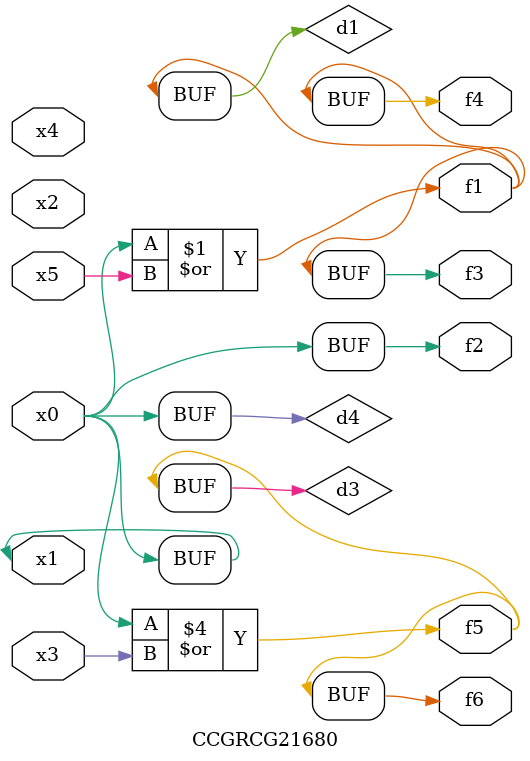
<source format=v>
module CCGRCG21680(
	input x0, x1, x2, x3, x4, x5,
	output f1, f2, f3, f4, f5, f6
);

	wire d1, d2, d3, d4;

	or (d1, x0, x5);
	xnor (d2, x1, x4);
	or (d3, x0, x3);
	buf (d4, x0, x1);
	assign f1 = d1;
	assign f2 = d4;
	assign f3 = d1;
	assign f4 = d1;
	assign f5 = d3;
	assign f6 = d3;
endmodule

</source>
